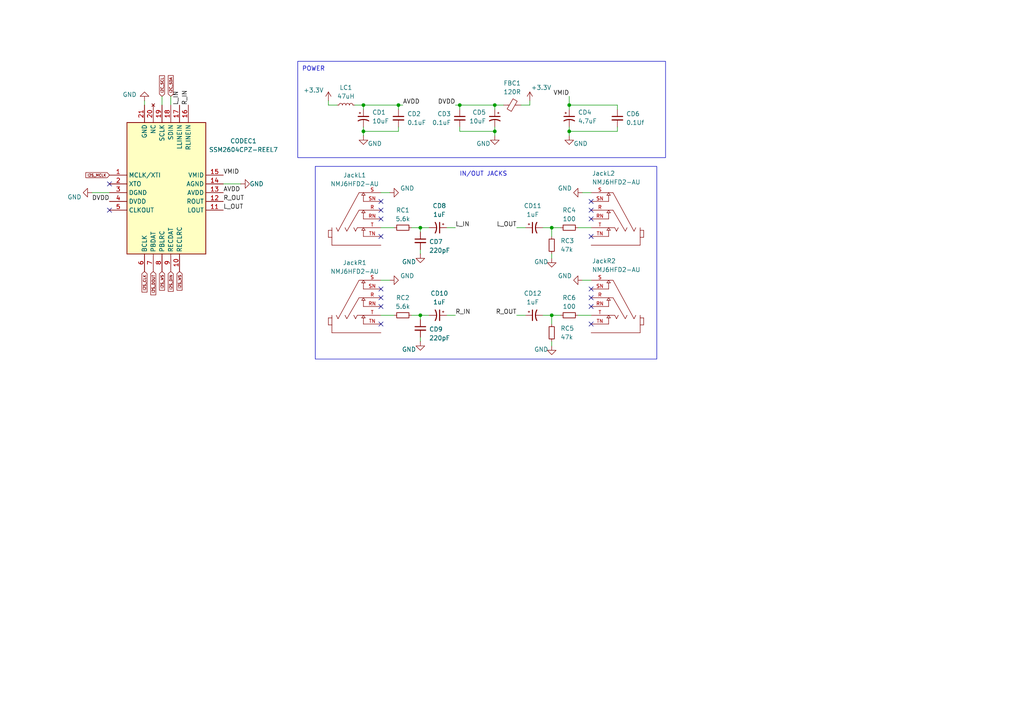
<source format=kicad_sch>
(kicad_sch (version 20231120) (generator "eeschema") (generator_version "8.0")
  (paper "A4")
  (lib_symbols
    (symbol "Device:C_Polarized_Small_US" (pin_numbers hide) (pin_names (offset 0.254) hide)
      (property "Reference" "C" (at 0.254 1.778 0))
      (property "Value" "C_Polarized_Small_US" (at 0.254 -2.032 0))
      (symbol "C_Polarized_Small_US_0_1"
        (polyline (pts (xy -1.524 0.508) (xy 1.524 0.508)) (stroke (width 0.3048)))
        (polyline (pts (xy -1.27 1.524) (xy -0.762 1.524)))
        (polyline (pts (xy -1.016 1.27) (xy -1.016 1.778)))
        (arc (start 1.524 -0.762) (mid 0 -0.3734) (end -1.524 -0.762) (stroke (width 0.3048)))
      )
      (symbol "C_Polarized_Small_US_1_1"
        (pin passive line (at 0 2.54 270) (length 2.032) (name "~") (number "1"))
        (pin passive line (at 0 -2.54 90) (length 2.032) (name "~") (number "2"))
      )
    )
    (symbol "Device:C_Small" (pin_numbers hide) (pin_names (offset 0.254) hide)
      (property "Reference" "C" (at 0.254 1.778 0))
      (property "Value" "C_Small" (at 0.254 -2.032 0))
      (symbol "C_Small_0_1"
        (polyline (pts (xy -1.524 -0.508) (xy 1.524 -0.508)) (stroke (width 0.3302)))
        (polyline (pts (xy -1.524 0.508) (xy 1.524 0.508)) (stroke (width 0.3048)))
      )
      (symbol "C_Small_1_1"
        (pin passive line (at 0 2.54 270) (length 2.032) (name "~") (number "1"))
        (pin passive line (at 0 -2.54 90) (length 2.032) (name "~") (number "2"))
      )
    )
    (symbol "Device:FerriteBead_Small" (pin_numbers hide) (pin_names (offset 0))
      (property "Reference" "FB" (at 1.905 1.27 0))
      (property "Value" "FerriteBead_Small" (at 1.905 -1.27 0))
      (symbol "FerriteBead_Small_0_1"
        (polyline (pts (xy 0 -1.27) (xy 0 -0.7874)))
        (polyline (pts (xy 0 0.889) (xy 0 1.2954)))
        (polyline (pts (xy -1.8288 0.2794) (xy -1.1176 1.4986) (xy 1.8288 -0.2032) (xy 1.1176 -1.4224) (xy -1.8288 0.2794)))
      )
      (symbol "FerriteBead_Small_1_1"
        (pin passive line (at 0 2.54 270) (length 1.27) (name "~") (number "1"))
        (pin passive line (at 0 -2.54 90) (length 1.27) (name "~") (number "2"))
      )
    )
    (symbol "Device:L_Small" (pin_numbers hide) (pin_names (offset 0.254) hide)
      (property "Reference" "L" (at 0.762 1.016 0))
      (property "Value" "L_Small" (at 0.762 -1.016 0))
      (symbol "L_Small_0_1"
        (arc (start 0 -2.032) (mid 0.5058 -1.524) (end 0 -1.016))
        (arc (start 0 -1.016) (mid 0.5058 -0.508) (end 0 0))
        (arc (start 0 0) (mid 0.5058 0.508) (end 0 1.016))
        (arc (start 0 1.016) (mid 0.5058 1.524) (end 0 2.032))
      )
      (symbol "L_Small_1_1"
        (pin passive line (at 0 2.54 270) (length 0.508) (name "~") (number "1"))
        (pin passive line (at 0 -2.54 90) (length 0.508) (name "~") (number "2"))
      )
    )
    (symbol "Device:R_Small" (pin_numbers hide) (pin_names (offset 0.254) hide)
      (property "Reference" "R" (at 0.762 0.508 0))
      (property "Value" "R_Small" (at 0.762 -1.016 0))
      (symbol "R_Small_0_1"
        (rectangle (start -0.762 1.778) (end 0.762 -1.778) (stroke (width 0.2032)))
      )
      (symbol "R_Small_1_1"
        (pin passive line (at 0 2.54 270) (length 0.762) (name "~") (number "1"))
        (pin passive line (at 0 -2.54 90) (length 0.762) (name "~") (number "2"))
      )
    )
    (symbol "NMJ6HFD2-AU:NMJ6HFD2-AU" (pin_names (offset 1.016))
      (property "Reference" "J" (at -4.8296 9.6559 0))
      (property "Value" "NMJ6HFD2-AU" (at -5.0898 -11.1907 0))
      (symbol "NMJ6HFD2-AU_0_0"
        (polyline (pts (xy -7.62 -5.334) (xy -6.604 -5.334)) (stroke (width 0.1524)))
        (polyline (pts (xy -7.62 -3.302) (xy -7.62 -5.334)) (stroke (width 0.1524)))
        (polyline (pts (xy -6.604 -7.62) (xy -6.604 -5.334)) (stroke (width 0.1524)))
        (polyline (pts (xy -6.604 -5.334) (xy -6.604 -3.302)) (stroke (width 0.1524)))
        (polyline (pts (xy -6.604 -3.302) (xy -7.62 -3.302)) (stroke (width 0.1524)))
        (polyline (pts (xy -6.604 -2.54) (xy -6.604 -3.302)) (stroke (width 0.1524)))
        (polyline (pts (xy -4.826 -3.556) (xy -5.334 -2.54)) (stroke (width 0.1524)))
        (polyline (pts (xy -2.286 -3.556) (xy -2.794 -2.54)) (stroke (width 0.1524)))
        (polyline (pts (xy 0.254 -3.556) (xy -0.254 -2.54)) (stroke (width 0.1524)))
        (polyline (pts (xy 0.762 -2.54) (xy 0.254 -3.556)) (stroke (width 0.1524)))
        (polyline (pts (xy 1.27 2.54) (xy -2.286 -3.556)) (stroke (width 0.1524)))
        (polyline (pts (xy 1.27 7.62) (xy -4.826 -3.556)) (stroke (width 0.1524)))
        (polyline (pts (xy 2.032 -3.302) (xy 2.54 -3.302)) (stroke (width 0.1524)))
        (polyline (pts (xy 2.032 1.778) (xy 2.54 1.778)) (stroke (width 0.1524)))
        (polyline (pts (xy 2.032 6.858) (xy 2.54 6.858)) (stroke (width 0.1524)))
        (polyline (pts (xy 2.54 -3.302) (xy 2.54 -5.08)) (stroke (width 0.1524)))
        (polyline (pts (xy 2.54 -3.302) (xy 3.048 -3.302)) (stroke (width 0.1524)))
        (polyline (pts (xy 2.54 -2.54) (xy 0.762 -2.54)) (stroke (width 0.1524)))
        (polyline (pts (xy 2.54 -2.54) (xy 2.032 -3.302)) (stroke (width 0.1524)))
        (polyline (pts (xy 2.54 1.778) (xy 2.54 0)) (stroke (width 0.1524)))
        (polyline (pts (xy 2.54 1.778) (xy 3.048 1.778)) (stroke (width 0.1524)))
        (polyline (pts (xy 2.54 2.54) (xy 1.27 2.54)) (stroke (width 0.1524)))
        (polyline (pts (xy 2.54 2.54) (xy 2.032 1.778)) (stroke (width 0.1524)))
        (polyline (pts (xy 2.54 6.858) (xy 2.54 5.08)) (stroke (width 0.1524)))
        (polyline (pts (xy 2.54 6.858) (xy 3.048 6.858)) (stroke (width 0.1524)))
        (polyline (pts (xy 2.54 7.62) (xy 1.27 7.62)) (stroke (width 0.1524)))
        (polyline (pts (xy 2.54 7.62) (xy 2.032 6.858)) (stroke (width 0.1524)))
        (polyline (pts (xy 3.048 -3.302) (xy 2.54 -2.54)) (stroke (width 0.1524)))
        (polyline (pts (xy 3.048 1.778) (xy 2.54 2.54)) (stroke (width 0.1524)))
        (polyline (pts (xy 3.048 6.858) (xy 2.54 7.62)) (stroke (width 0.1524)))
        (polyline (pts (xy 7.62 -7.62) (xy -6.604 -7.62)) (stroke (width 0.1524)))
        (pin passive line (at 7.62 2.54 180) (length 5.08) (name "~") (number "R"))
        (pin passive line (at 7.62 0 180) (length 5.08) (name "~") (number "RN"))
        (pin passive line (at 7.62 7.62 180) (length 5.08) (name "~") (number "S"))
        (pin passive line (at 7.62 5.08 180) (length 5.08) (name "~") (number "SN"))
        (pin passive line (at 7.62 -2.54 180) (length 5.08) (name "~") (number "T"))
        (pin passive line (at 7.62 -5.08 180) (length 5.08) (name "~") (number "TN"))
      )
    )
    (symbol "SSM2604CPZ-REEL7:SSM2604CPZ-REEL7"
      (property "Reference" "IC" (at 29.21 20.32 0))
      (property "Value" "SSM2604CPZ-REEL7" (at 29.21 17.78 0))
      (symbol "SSM2604CPZ-REEL7_1_1"
        (rectangle (start 5.08 15.24) (end 27.94 -22.86) (stroke (width 0.254)) (fill (type background)))
        (pin passive line (at 0 0 0) (length 5.08) (name "MCLK/XTI") (number "1"))
        (pin passive line (at 20.32 -27.94 90) (length 5.08) (name "RECLRC") (number "10"))
        (pin passive line (at 33.02 -10.16 180) (length 5.08) (name "LOUT") (number "11"))
        (pin passive line (at 33.02 -7.62 180) (length 5.08) (name "ROUT") (number "12"))
        (pin passive line (at 33.02 -5.08 180) (length 5.08) (name "AVDD") (number "13"))
        (pin passive line (at 33.02 -2.54 180) (length 5.08) (name "AGND") (number "14"))
        (pin passive line (at 33.02 0 180) (length 5.08) (name "VMID") (number "15"))
        (pin passive line (at 22.86 20.32 270) (length 5.08) (name "RLINEIN") (number "16"))
        (pin passive line (at 20.32 20.32 270) (length 5.08) (name "LLINEIN") (number "17"))
        (pin passive line (at 17.78 20.32 270) (length 5.08) (name "SDIN") (number "18"))
        (pin passive line (at 15.24 20.32 270) (length 5.08) (name "SCLK") (number "19"))
        (pin passive line (at 0 -2.54 0) (length 5.08) (name "XTO") (number "2"))
        (pin no_connect line (at 12.7 20.32 270) (length 5.08) (name "NC") (number "20"))
        (pin passive line (at 10.16 20.32 270) (length 5.08) (name "GND") (number "21"))
        (pin passive line (at 0 -5.08 0) (length 5.08) (name "DGND") (number "3"))
        (pin passive line (at 0 -7.62 0) (length 5.08) (name "DVDD") (number "4"))
        (pin passive line (at 0 -10.16 0) (length 5.08) (name "CLKOUT") (number "5"))
        (pin passive line (at 10.16 -27.94 90) (length 5.08) (name "BCLK") (number "6"))
        (pin passive line (at 12.7 -27.94 90) (length 5.08) (name "PBDAT") (number "7"))
        (pin passive line (at 15.24 -27.94 90) (length 5.08) (name "PBLRC") (number "8"))
        (pin passive line (at 17.78 -27.94 90) (length 5.08) (name "RECDAT") (number "9"))
      )
    )
    (symbol "power:+3.3V" (power) (pin_numbers hide) (pin_names (offset 0) hide)
      (property "Value" "+3.3V" (at 0 3.556 0))
      (symbol "+3.3V_0_1"
        (polyline (pts (xy -0.762 1.27) (xy 0 2.54)))
        (polyline (pts (xy 0 0) (xy 0 2.54)))
        (polyline (pts (xy 0 2.54) (xy 0.762 1.27)))
      )
      (symbol "+3.3V_1_1"
        (pin power_in line (at 0 0 90) (length 0) (name "~") (number "1"))
      )
    )
    (symbol "power:GND" (power) (pin_numbers hide) (pin_names (offset 0) hide)
      (property "Value" "GND" (at 0 -3.81 0))
      (symbol "GND_0_1"
        (polyline (pts (xy 0 0) (xy 0 -1.27) (xy 1.27 -1.27) (xy 0 -2.54) (xy -1.27 -1.27) (xy 0 -1.27)))
      )
      (symbol "GND_1_1"
        (pin power_in line (at 0 0 270) (length 0) (name "~") (number "1"))
      )
    )
  )
  (junction (at 143.51 30.48))
  (junction (at 133.35 30.48))
  (junction (at 121.92 91.44))
  (junction (at 105.41 30.48))
  (junction (at 160.02 91.44))
  (junction (at 165.1 38.1))
  (junction (at 160.02 66.04))
  (junction (at 121.92 66.04))
  (junction (at 165.1 30.48))
  (junction (at 105.41 38.1))
  (junction (at 143.51 38.1))
  (junction (at 115.57 30.48))
  (no_connect (at 171.45 63.5))
  (no_connect (at 171.45 88.9))
  (no_connect (at 110.49 68.58))
  (no_connect (at 171.45 83.82))
  (no_connect (at 110.49 60.96))
  (no_connect (at 110.49 93.98))
  (no_connect (at 31.75 53.34))
  (no_connect (at 171.45 58.42))
  (no_connect (at 110.49 58.42))
  (no_connect (at 171.45 60.96))
  (no_connect (at 110.49 88.9))
  (no_connect (at 110.49 83.82))
  (no_connect (at 31.75 60.96))
  (no_connect (at 110.49 63.5))
  (no_connect (at 171.45 86.36))
  (no_connect (at 110.49 86.36))
  (no_connect (at 171.45 93.98))
  (no_connect (at 171.45 68.58))
  (wire (pts (xy 133.35 36.83) (xy 133.35 38.1)))
  (wire (pts (xy 152.4 66.04) (xy 149.86 66.04)))
  (wire (pts (xy 160.02 73.66) (xy 160.02 74.93)))
  (wire (pts (xy 179.07 31.75) (xy 179.07 30.48)))
  (wire (pts (xy 143.51 31.75) (xy 143.51 30.48)))
  (wire (pts (xy 129.54 66.04) (xy 132.08 66.04)))
  (wire (pts (xy 46.99 27.94) (xy 46.99 30.48)))
  (wire (pts (xy 133.35 31.75) (xy 133.35 30.48)))
  (wire (pts (xy 165.1 27.94) (xy 165.1 30.48)))
  (wire (pts (xy 160.02 99.06) (xy 160.02 100.33)))
  (wire (pts (xy 152.4 91.44) (xy 149.86 91.44)))
  (wire (pts (xy 171.45 91.44) (xy 167.64 91.44)))
  (wire (pts (xy 121.92 67.31) (xy 121.92 66.04)))
  (wire (pts (xy 143.51 38.1) (xy 143.51 39.37)))
  (wire (pts (xy 102.87 30.48) (xy 105.41 30.48)))
  (wire (pts (xy 121.92 92.71) (xy 121.92 91.44)))
  (wire (pts (xy 165.1 36.83) (xy 165.1 38.1)))
  (wire (pts (xy 115.57 36.83) (xy 115.57 38.1)))
  (wire (pts (xy 121.92 66.04) (xy 124.46 66.04)))
  (wire (pts (xy 121.92 91.44) (xy 124.46 91.44)))
  (wire (pts (xy 64.77 53.34) (xy 69.85 53.34)))
  (wire (pts (xy 160.02 91.44) (xy 162.56 91.44)))
  (wire (pts (xy 110.49 81.28) (xy 113.03 81.28)))
  (wire (pts (xy 133.35 30.48) (xy 132.08 30.48)))
  (wire (pts (xy 105.41 38.1) (xy 105.41 39.37)))
  (wire (pts (xy 110.49 91.44) (xy 114.3 91.44)))
  (wire (pts (xy 133.35 38.1) (xy 143.51 38.1)))
  (wire (pts (xy 115.57 30.48) (xy 116.84 30.48)))
  (wire (pts (xy 171.45 66.04) (xy 167.64 66.04)))
  (wire (pts (xy 95.25 29.21) (xy 95.25 30.48)))
  (wire (pts (xy 165.1 38.1) (xy 165.1 39.37)))
  (wire (pts (xy 146.05 30.48) (xy 143.51 30.48)))
  (wire (pts (xy 179.07 36.83) (xy 179.07 38.1)))
  (wire (pts (xy 160.02 91.44) (xy 160.02 93.98)))
  (wire (pts (xy 153.67 30.48) (xy 151.13 30.48)))
  (wire (pts (xy 157.48 66.04) (xy 160.02 66.04)))
  (wire (pts (xy 160.02 66.04) (xy 160.02 68.58)))
  (wire (pts (xy 165.1 30.48) (xy 179.07 30.48)))
  (wire (pts (xy 171.45 81.28) (xy 168.91 81.28)))
  (wire (pts (xy 41.91 29.21) (xy 41.91 30.48)))
  (wire (pts (xy 110.49 66.04) (xy 114.3 66.04)))
  (wire (pts (xy 105.41 30.48) (xy 115.57 30.48)))
  (wire (pts (xy 121.92 97.79) (xy 121.92 99.06)))
  (wire (pts (xy 119.38 91.44) (xy 121.92 91.44)))
  (wire (pts (xy 49.53 27.94) (xy 49.53 30.48)))
  (wire (pts (xy 121.92 72.39) (xy 121.92 73.66)))
  (wire (pts (xy 165.1 31.75) (xy 165.1 30.48)))
  (wire (pts (xy 171.45 55.88) (xy 168.91 55.88)))
  (wire (pts (xy 129.54 91.44) (xy 132.08 91.44)))
  (wire (pts (xy 119.38 66.04) (xy 121.92 66.04)))
  (wire (pts (xy 143.51 30.48) (xy 133.35 30.48)))
  (wire (pts (xy 157.48 91.44) (xy 160.02 91.44)))
  (wire (pts (xy 115.57 31.75) (xy 115.57 30.48)))
  (wire (pts (xy 115.57 38.1) (xy 105.41 38.1)))
  (wire (pts (xy 95.25 30.48) (xy 97.79 30.48)))
  (wire (pts (xy 105.41 31.75) (xy 105.41 30.48)))
  (wire (pts (xy 105.41 36.83) (xy 105.41 38.1)))
  (wire (pts (xy 179.07 38.1) (xy 165.1 38.1)))
  (wire (pts (xy 143.51 36.83) (xy 143.51 38.1)))
  (wire (pts (xy 160.02 66.04) (xy 162.56 66.04)))
  (wire (pts (xy 153.67 29.21) (xy 153.67 30.48)))
  (wire (pts (xy 26.67 55.88) (xy 31.75 55.88)))
  (wire (pts (xy 110.49 55.88) (xy 113.03 55.88)))
  (rectangle (start 91.44 48.26) (end 190.5 104.14))
  (rectangle (start 86.36 17.78) (end 193.04 45.72))
  (text "IN/OUT JACKS\n" (at 140.208 50.546 0) (effects (font (size 1.27 1.27))))
  (text "POWER\n" (at 90.932 20.066 0) (effects (font (size 1.27 1.27))))
  (label "R_IN" (at 132.08 91.44 0))
  (label "AVDD" (at 116.84 30.48 0))
  (label "L_OUT" (at 149.86 66.04 180))
  (label "R_OUT" (at 64.77 58.42 0))
  (label "L_IN" (at 132.08 66.04 0))
  (label "L_IN" (at 52.07 30.48 90))
  (label "VMID" (at 64.77 50.8 0))
  (label "L_OUT" (at 64.77 60.96 0))
  (label "VMID" (at 165.1 27.94 180))
  (label "R_IN" (at 54.61 30.48 90))
  (label "AVDD" (at 64.77 55.88 0))
  (label "R_OUT" (at 149.86 91.44 180))
  (label "DVDD" (at 31.75 58.42 180))
  (label "DVDD" (at 132.08 30.48 180))
  (global_label "I2S_MCLK" (shape input) (at 31.75 50.8 180) (effects (font (size 0.762 0.762))) (property "Intersheetrefs" "${INTERSHEET_REFS}" (effects (hide yes))))
  (global_label "I2S_DIN" (shape input) (at 49.53 78.74 270) (effects (font (size 0.762 0.762))) (property "Intersheetrefs" "${INTERSHEET_REFS}" (effects (hide yes))))
  (global_label "I2S_WS" (shape input) (at 46.99 78.74 270) (effects (font (size 0.762 0.762))) (property "Intersheetrefs" "${INTERSHEET_REFS}" (effects (hide yes))))
  (global_label "I2S_DOUT" (shape input) (at 44.45 78.74 270) (effects (font (size 0.762 0.762))) (property "Intersheetrefs" "${INTERSHEET_REFS}" (effects (hide yes))))
  (global_label "I2S_CLK" (shape input) (at 41.91 78.74 270) (effects (font (size 0.762 0.762))) (property "Intersheetrefs" "${INTERSHEET_REFS}" (effects (hide yes))))
  (global_label "I2S_WS" (shape input) (at 52.07 78.74 270) (effects (font (size 0.762 0.762))) (property "Intersheetrefs" "${INTERSHEET_REFS}" (effects (hide yes))))
  (global_label "I2C_SCL" (shape input) (at 46.99 27.94 90) (effects (font (size 0.762 0.762))) (property "Intersheetrefs" "${INTERSHEET_REFS}" (effects (hide yes))))
  (global_label "I2C_SDA" (shape input) (at 49.53 27.94 90) (effects (font (size 0.762 0.762))) (property "Intersheetrefs" "${INTERSHEET_REFS}" (effects (hide yes))))
  (symbol (lib_id "power:GND") (at 26.67 55.88 270) (mirror x) (unit 1)
    (property "Reference" "#PWR029" (effects (hide yes)))
    (property "Value" "GND" (at 21.59 57.15 90))
    (property "Description" "Power symbol creates a global label with name \"GND\" , ground" (effects (hide yes)))
  )
  (symbol (lib_id "Device:R_Small") (at 116.84 66.04 90) (unit 1)
    (property "Reference" "RC1" (at 116.84 60.96 90))
    (property "Value" "5.6k" (at 116.84 63.5 90))
    (property "Footprint" "Resistor_SMD:R_1206_3216Metric_Pad1.30x1.75mm_HandSolder" (effects (hide yes)))
    (property "Description" "Resistor, small symbol" (effects (hide yes)))
  )
  (symbol (lib_id "power:+3.3V") (at 153.67 29.21 0) (mirror y) (unit 1)
    (property "Reference" "#PWR036" (effects (hide yes)))
    (property "Value" "+3.3V" (at 156.972 25.4 0))
    (property "Description" "Power symbol creates a global label with name \"+3.3V\"" (effects (hide yes)))
  )
  (symbol (lib_id "power:GND") (at 168.91 81.28 270) (unit 1)
    (property "Reference" "#PWR044" (effects (hide yes)))
    (property "Value" "GND" (at 163.83 80.01 90))
    (property "Description" "Power symbol creates a global label with name \"GND\" , ground" (effects (hide yes)))
  )
  (symbol (lib_id "power:GND") (at 168.91 55.88 270) (unit 1)
    (property "Reference" "#PWR042" (effects (hide yes)))
    (property "Value" "GND" (at 163.83 54.61 90))
    (property "Description" "Power symbol creates a global label with name \"GND\" , ground" (effects (hide yes)))
  )
  (symbol (lib_id "Device:L_Small") (at 100.33 30.48 90) (unit 1)
    (property "Reference" "LC1" (at 100.33 25.4 90))
    (property "Value" "47uH" (at 100.33 27.94 90))
    (property "Footprint" "Inductor_SMD:L_7.3x7.3_H3.5" (effects (hide yes)))
    (property "Description" "Inductor, small symbol" (effects (hide yes)))
  )
  (symbol (lib_id "NMJ6HFD2-AU:NMJ6HFD2-AU") (at 102.87 88.9 0) (unit 1)
    (property "Reference" "JackR1" (at 102.87 76.2 0))
    (property "Value" "NMJ6HFD2-AU" (at 102.87 78.74 0))
    (property "Footprint" "TRS_JACK_6.3mm:NEUTRIK_NMJ6HFD2-AU" (effects (hide yes)))
    (property "MF" "Neutrik" (effects (hide yes)))
    (property "MAXIMUM_PACKAGE_HEIGHT" "15.84mm" (effects (hide yes)))
    (property "Package" "None" (effects (hide yes)))
    (property "Price" "None" (effects (hide yes)))
    (property "Check_prices" "https://www.snapeda.com/parts/NMJ6HFD2-AU/Neutrik/view-part/?ref=eda" (effects (hide yes)))
    (property "STANDARD" "Manufacturer Recommendations" (effects (hide yes)))
    (property "PARTREV" "26.02.2021" (effects (hide yes)))
    (property "SnapEDA_Link" "https://www.snapeda.com/parts/NMJ6HFD2-AU/Neutrik/view-part/?ref=snap" (effects (hide yes)))
    (property "MP" "NMJ6HFD2-AU" (effects (hide yes)))
    (property "Purchase-URL" "https://www.snapeda.com/api/url_track_click_mouser/?unipart_id=1320361&manufacturer=Neutrik&part_name=NMJ6HFD2-AU&search_term=None" (effects (hide yes)))
    (property "Description_1" "\n1/4 stereo jack, switched, full threaded nose, straight PCB pins, gold plated contacts, mounting nut included\n" (effects (hide yes)))
    (property "Availability" "In Stock" (effects (hide yes)))
    (property "MANUFACTURER" "Neutrik" (effects (hide yes)))
  )
  (symbol (lib_id "Device:C_Polarized_Small_US") (at 154.94 91.44 90) (mirror x) (unit 1)
    (property "Reference" "CD12" (at 154.5082 85.09 90))
    (property "Value" "1uF" (at 154.5082 87.63 90))
    (property "Footprint" "Capacitor_SMD:CP_Elec_3x5.4" (effects (hide yes)))
    (property "Description" "Polarized capacitor, small US symbol" (effects (hide yes)))
  )
  (symbol (lib_id "Device:C_Polarized_Small_US") (at 165.1 34.29 0) (unit 1)
    (property "Reference" "CD4" (at 167.64 32.5881 0) (effects (justify left)))
    (property "Value" "4.7uF" (at 167.64 35.1281 0) (effects (justify left)))
    (property "Footprint" "Capacitor_SMD:CP_Elec_6.3x5.4" (effects (hide yes)))
    (property "Description" "Polarized capacitor, small US symbol" (effects (hide yes)))
  )
  (symbol (lib_id "NMJ6HFD2-AU:NMJ6HFD2-AU") (at 102.87 63.5 0) (unit 1)
    (property "Reference" "JackL1" (at 102.87 50.8 0))
    (property "Value" "NMJ6HFD2-AU" (at 102.87 53.34 0))
    (property "Footprint" "TRS_JACK_6.3mm:NEUTRIK_NMJ6HFD2-AU" (effects (hide yes)))
    (property "MF" "Neutrik" (effects (hide yes)))
    (property "MAXIMUM_PACKAGE_HEIGHT" "15.84mm" (effects (hide yes)))
    (property "Package" "None" (effects (hide yes)))
    (property "Price" "None" (effects (hide yes)))
    (property "Check_prices" "https://www.snapeda.com/parts/NMJ6HFD2-AU/Neutrik/view-part/?ref=eda" (effects (hide yes)))
    (property "STANDARD" "Manufacturer Recommendations" (effects (hide yes)))
    (property "PARTREV" "26.02.2021" (effects (hide yes)))
    (property "SnapEDA_Link" "https://www.snapeda.com/parts/NMJ6HFD2-AU/Neutrik/view-part/?ref=snap" (effects (hide yes)))
    (property "MP" "NMJ6HFD2-AU" (effects (hide yes)))
    (property "Purchase-URL" "https://www.snapeda.com/api/url_track_click_mouser/?unipart_id=1320361&manufacturer=Neutrik&part_name=NMJ6HFD2-AU&search_term=None" (effects (hide yes)))
    (property "Description_1" "\n1/4 stereo jack, switched, full threaded nose, straight PCB pins, gold plated contacts, mounting nut included\n" (effects (hide yes)))
    (property "Availability" "In Stock" (effects (hide yes)))
    (property "MANUFACTURER" "Neutrik" (effects (hide yes)))
  )
  (symbol (lib_id "SSM2604CPZ-REEL7:SSM2604CPZ-REEL7") (at 31.75 50.8 0) (unit 1)
    (property "Reference" "CODEC1" (at 70.612 40.894 0))
    (property "Value" "SSM2604CPZ-REEL7" (at 70.612 43.434 0))
    (property "Footprint" "SSM2604:QFN50P400X400X80-21N-D" (effects (hide yes)))
    (property "Datasheet" "https://www.analog.com/media/en/technical-documentation/data-sheets/ssm2604.pdf" (effects (hide yes)))
    (property "Description" "ANALOG DEVICES - SSM2604CPZ-REEL7 - AUDIO CODEC, 24BIT, 96KSPS, LFCSP-20" (effects (hide yes)))
    (property "Height" "0.8" (effects (hide yes)))
    (property "Mouser Part Number" "584-SSM2604CPZ-R7" (effects (hide yes)))
    (property "Mouser Price/Stock" "https://www.mouser.co.uk/ProductDetail/Analog-Devices/SSM2604CPZ-REEL7?qs=WIvQP4zGanjzkHQKJZeKuA%3D%3D" (effects (hide yes)))
    (property "Manufacturer_Name" "Analog Devices" (effects (hide yes)))
    (property "Manufacturer_Part_Number" "SSM2604CPZ-REEL7" (effects (hide yes)))
  )
  (symbol (lib_id "Device:C_Polarized_Small_US") (at 143.51 34.29 0) (mirror y) (unit 1)
    (property "Reference" "CD5" (at 140.97 32.5881 0) (effects (justify left)))
    (property "Value" "10uF" (at 140.97 35.1281 0) (effects (justify left)))
    (property "Footprint" "Capacitor_SMD:CP_Elec_6.3x5.4" (effects (hide yes)))
    (property "Description" "Polarized capacitor, small US symbol" (effects (hide yes)))
  )
  (symbol (lib_id "NMJ6HFD2-AU:NMJ6HFD2-AU") (at 179.07 63.5 0) (mirror y) (unit 1)
    (property "Reference" "JackL2" (at 171.704 50.292 0) (effects (justify right)))
    (property "Value" "NMJ6HFD2-AU" (at 171.704 52.832 0) (effects (justify right)))
    (property "Footprint" "TRS_JACK_6.3mm:NEUTRIK_NMJ6HFD2-AU" (effects (hide yes)))
    (property "MF" "Neutrik" (effects (hide yes)))
    (property "MAXIMUM_PACKAGE_HEIGHT" "15.84mm" (effects (hide yes)))
    (property "Package" "None" (effects (hide yes)))
    (property "Price" "None" (effects (hide yes)))
    (property "Check_prices" "https://www.snapeda.com/parts/NMJ6HFD2-AU/Neutrik/view-part/?ref=eda" (effects (hide yes)))
    (property "STANDARD" "Manufacturer Recommendations" (effects (hide yes)))
    (property "PARTREV" "26.02.2021" (effects (hide yes)))
    (property "SnapEDA_Link" "https://www.snapeda.com/parts/NMJ6HFD2-AU/Neutrik/view-part/?ref=snap" (effects (hide yes)))
    (property "MP" "NMJ6HFD2-AU" (effects (hide yes)))
    (property "Purchase-URL" "https://www.snapeda.com/api/url_track_click_mouser/?unipart_id=1320361&manufacturer=Neutrik&part_name=NMJ6HFD2-AU&search_term=None" (effects (hide yes)))
    (property "Description_1" "\n1/4 stereo jack, switched, full threaded nose, straight PCB pins, gold plated contacts, mounting nut included\n" (effects (hide yes)))
    (property "Availability" "In Stock" (effects (hide yes)))
    (property "MANUFACTURER" "Neutrik" (effects (hide yes)))
  )
  (symbol (lib_id "power:GND") (at 121.92 73.66 0) (mirror y) (unit 1)
    (property "Reference" "#PWR039" (effects (hide yes)))
    (property "Value" "GND" (at 118.618 75.946 0))
    (property "Description" "Power symbol creates a global label with name \"GND\" , ground" (effects (hide yes)))
  )
  (symbol (lib_id "Device:C_Small") (at 121.92 95.25 0) (unit 1)
    (property "Reference" "CD9" (at 124.46 95.504 0) (effects (justify left)))
    (property "Value" "220pF" (at 124.46 98.044 0) (effects (justify left)))
    (property "Footprint" "Capacitor_SMD:C_0402_1005Metric_Pad0.74x0.62mm_HandSolder" (effects (hide yes)))
    (property "Description" "Unpolarized capacitor, small symbol" (effects (hide yes)))
  )
  (symbol (lib_id "Device:R_Small") (at 165.1 91.44 90) (unit 1)
    (property "Reference" "RC6" (at 165.1 86.36 90))
    (property "Value" "100" (at 165.1 88.9 90))
    (property "Footprint" "Resistor_SMD:R_1206_3216Metric_Pad1.30x1.75mm_HandSolder" (effects (hide yes)))
    (property "Description" "Resistor, small symbol" (effects (hide yes)))
  )
  (symbol (lib_id "power:GND") (at 113.03 55.88 90) (mirror x) (unit 1)
    (property "Reference" "#PWR037" (effects (hide yes)))
    (property "Value" "GND" (at 118.11 54.61 90))
    (property "Description" "Power symbol creates a global label with name \"GND\" , ground" (effects (hide yes)))
  )
  (symbol (lib_id "Device:C_Small") (at 121.92 69.85 0) (unit 1)
    (property "Reference" "CD7" (at 124.46 70.104 0) (effects (justify left)))
    (property "Value" "220pF" (at 124.46 72.644 0) (effects (justify left)))
    (property "Footprint" "Capacitor_SMD:C_0402_1005Metric_Pad0.74x0.62mm_HandSolder" (effects (hide yes)))
    (property "Description" "Unpolarized capacitor, small symbol" (effects (hide yes)))
  )
  (symbol (lib_id "Device:C_Small") (at 179.07 34.29 0) (unit 1)
    (property "Reference" "CD6" (at 181.61 33.0262 0) (effects (justify left)))
    (property "Value" "0.1Uf" (at 181.61 35.5662 0) (effects (justify left)))
    (property "Footprint" "Capacitor_SMD:C_0402_1005Metric_Pad0.74x0.62mm_HandSolder" (effects (hide yes)))
    (property "Description" "Unpolarized capacitor, small symbol" (effects (hide yes)))
  )
  (symbol (lib_id "Device:C_Polarized_Small_US") (at 127 91.44 270) (unit 1)
    (property "Reference" "CD10" (at 127.4318 85.09 90))
    (property "Value" "1uF" (at 127.4318 87.63 90))
    (property "Footprint" "Capacitor_SMD:CP_Elec_3x5.4" (effects (hide yes)))
    (property "Description" "Polarized capacitor, small US symbol" (effects (hide yes)))
  )
  (symbol (lib_id "power:GND") (at 105.41 39.37 0) (mirror y) (unit 1)
    (property "Reference" "#PWR033" (effects (hide yes)))
    (property "Value" "GND" (at 108.712 41.656 0))
    (property "Description" "Power symbol creates a global label with name \"GND\" , ground" (effects (hide yes)))
  )
  (symbol (lib_id "Device:R_Small") (at 160.02 71.12 180) (unit 1)
    (property "Reference" "RC3" (at 162.56 69.8499 0) (effects (justify right)))
    (property "Value" "47k" (at 162.56 72.3899 0) (effects (justify right)))
    (property "Footprint" "Resistor_SMD:R_1206_3216Metric_Pad1.30x1.75mm_HandSolder" (effects (hide yes)))
    (property "Description" "Resistor, small symbol" (effects (hide yes)))
  )
  (symbol (lib_id "Device:R_Small") (at 160.02 96.52 180) (unit 1)
    (property "Reference" "RC5" (at 162.56 95.2499 0) (effects (justify right)))
    (property "Value" "47k" (at 162.56 97.7899 0) (effects (justify right)))
    (property "Footprint" "Resistor_SMD:R_1206_3216Metric_Pad1.30x1.75mm_HandSolder" (effects (hide yes)))
    (property "Description" "Resistor, small symbol" (effects (hide yes)))
  )
  (symbol (lib_id "Device:C_Polarized_Small_US") (at 105.41 34.29 0) (unit 1)
    (property "Reference" "CD1" (at 107.95 32.5881 0) (effects (justify left)))
    (property "Value" "10uF" (at 107.95 35.1281 0) (effects (justify left)))
    (property "Footprint" "Capacitor_SMD:CP_Elec_6.3x5.4" (effects (hide yes)))
    (property "Description" "Polarized capacitor, small US symbol" (effects (hide yes)))
  )
  (symbol (lib_id "power:GND") (at 160.02 100.33 0) (mirror y) (unit 1)
    (property "Reference" "#PWR043" (effects (hide yes)))
    (property "Value" "GND" (at 156.972 101.346 0))
    (property "Description" "Power symbol creates a global label with name \"GND\" , ground" (effects (hide yes)))
  )
  (symbol (lib_id "Device:C_Polarized_Small_US") (at 154.94 66.04 90) (mirror x) (unit 1)
    (property "Reference" "CD11" (at 154.5082 59.69 90))
    (property "Value" "1uF" (at 154.5082 62.23 90))
    (property "Footprint" "Capacitor_SMD:CP_Elec_3x5.4" (effects (hide yes)))
    (property "Description" "Polarized capacitor, small US symbol" (effects (hide yes)))
  )
  (symbol (lib_id "Device:C_Polarized_Small_US") (at 127 66.04 270) (unit 1)
    (property "Reference" "CD8" (at 127.4318 59.69 90))
    (property "Value" "1uF" (at 127.4318 62.23 90))
    (property "Footprint" "Capacitor_SMD:CP_Elec_3x5.4" (effects (hide yes)))
    (property "Description" "Polarized capacitor, small US symbol" (effects (hide yes)))
  )
  (symbol (lib_id "power:GND") (at 121.92 99.06 0) (mirror y) (unit 1)
    (property "Reference" "#PWR040" (effects (hide yes)))
    (property "Value" "GND" (at 118.618 101.346 0))
    (property "Description" "Power symbol creates a global label with name \"GND\" , ground" (effects (hide yes)))
  )
  (symbol (lib_id "Device:FerriteBead_Small") (at 148.59 30.48 90) (unit 1)
    (property "Reference" "FBC1" (at 148.5519 24.13 90))
    (property "Value" "120R" (at 148.5519 26.67 90))
    (property "Footprint" "Inductor_SMD:L_0603_1608Metric_Pad1.05x0.95mm_HandSolder" (effects (hide yes)))
    (property "Description" "Ferrite bead, small symbol" (effects (hide yes)))
  )
  (symbol (lib_id "power:+3.3V") (at 95.25 29.21 0) (unit 1)
    (property "Reference" "#PWR032" (effects (hide yes)))
    (property "Value" "+3.3V" (at 90.932 26.162 0))
    (property "Description" "Power symbol creates a global label with name \"+3.3V\"" (effects (hide yes)))
  )
  (symbol (lib_id "Device:R_Small") (at 165.1 66.04 90) (unit 1)
    (property "Reference" "RC4" (at 165.1 60.96 90))
    (property "Value" "100" (at 165.1 63.5 90))
    (property "Footprint" "Resistor_SMD:R_1206_3216Metric_Pad1.30x1.75mm_HandSolder" (effects (hide yes)))
    (property "Description" "Resistor, small symbol" (effects (hide yes)))
  )
  (symbol (lib_id "power:GND") (at 143.51 39.37 0) (unit 1)
    (property "Reference" "#PWR035" (effects (hide yes)))
    (property "Value" "GND" (at 140.208 41.656 0))
    (property "Description" "Power symbol creates a global label with name \"GND\" , ground" (effects (hide yes)))
  )
  (symbol (lib_id "NMJ6HFD2-AU:NMJ6HFD2-AU") (at 179.07 88.9 0) (mirror y) (unit 1)
    (property "Reference" "JackR2" (at 171.704 75.692 0) (effects (justify right)))
    (property "Value" "NMJ6HFD2-AU" (at 171.704 78.232 0) (effects (justify right)))
    (property "Footprint" "TRS_JACK_6.3mm:NEUTRIK_NMJ6HFD2-AU" (effects (hide yes)))
    (property "MF" "Neutrik" (effects (hide yes)))
    (property "MAXIMUM_PACKAGE_HEIGHT" "15.84mm" (effects (hide yes)))
    (property "Package" "None" (effects (hide yes)))
    (property "Price" "None" (effects (hide yes)))
    (property "Check_prices" "https://www.snapeda.com/parts/NMJ6HFD2-AU/Neutrik/view-part/?ref=eda" (effects (hide yes)))
    (property "STANDARD" "Manufacturer Recommendations" (effects (hide yes)))
    (property "PARTREV" "26.02.2021" (effects (hide yes)))
    (property "SnapEDA_Link" "https://www.snapeda.com/parts/NMJ6HFD2-AU/Neutrik/view-part/?ref=snap" (effects (hide yes)))
    (property "MP" "NMJ6HFD2-AU" (effects (hide yes)))
    (property "Purchase-URL" "https://www.snapeda.com/api/url_track_click_mouser/?unipart_id=1320361&manufacturer=Neutrik&part_name=NMJ6HFD2-AU&search_term=None" (effects (hide yes)))
    (property "Description_1" "\n1/4 stereo jack, switched, full threaded nose, straight PCB pins, gold plated contacts, mounting nut included\n" (effects (hide yes)))
    (property "Availability" "In Stock" (effects (hide yes)))
    (property "MANUFACTURER" "Neutrik" (effects (hide yes)))
  )
  (symbol (lib_id "Device:R_Small") (at 116.84 91.44 90) (unit 1)
    (property "Reference" "RC2" (at 116.84 86.36 90))
    (property "Value" "5.6k" (at 116.84 88.9 90))
    (property "Footprint" "Resistor_SMD:R_1206_3216Metric_Pad1.30x1.75mm_HandSolder" (effects (hide yes)))
    (property "Description" "Resistor, small symbol" (effects (hide yes)))
  )
  (symbol (lib_id "Device:C_Small") (at 115.57 34.29 0) (unit 1)
    (property "Reference" "CD2" (at 118.11 33.0262 0) (effects (justify left)))
    (property "Value" "0.1uF" (at 118.11 35.5662 0) (effects (justify left)))
    (property "Footprint" "Capacitor_SMD:C_0402_1005Metric_Pad0.74x0.62mm_HandSolder" (effects (hide yes)))
    (property "Description" "Unpolarized capacitor, small symbol" (effects (hide yes)))
  )
  (symbol (lib_id "power:GND") (at 165.1 39.37 0) (mirror y) (unit 1)
    (property "Reference" "#PWR034" (effects (hide yes)))
    (property "Value" "GND" (at 168.402 41.656 0))
    (property "Description" "Power symbol creates a global label with name \"GND\" , ground" (effects (hide yes)))
  )
  (symbol (lib_id "power:GND") (at 69.85 53.34 90) (mirror x) (unit 1)
    (property "Reference" "#PWR031" (effects (hide yes)))
    (property "Value" "GND" (at 74.422 53.34 90))
    (property "Description" "Power symbol creates a global label with name \"GND\" , ground" (effects (hide yes)))
  )
  (symbol (lib_id "Device:C_Small") (at 133.35 34.29 0) (unit 1)
    (property "Reference" "CD3" (at 130.81 33.0262 0) (effects (justify right)))
    (property "Value" "0.1uF" (at 130.81 35.5662 0) (effects (justify right)))
    (property "Footprint" "Capacitor_SMD:C_0402_1005Metric_Pad0.74x0.62mm_HandSolder" (effects (hide yes)))
    (property "Description" "Unpolarized capacitor, small symbol" (effects (hide yes)))
  )
  (symbol (lib_id "power:GND") (at 41.91 29.21 0) (mirror x) (unit 1)
    (property "Reference" "#PWR030" (effects (hide yes)))
    (property "Value" "GND" (at 37.592 27.432 0))
    (property "Description" "Power symbol creates a global label with name \"GND\" , ground" (effects (hide yes)))
  )
  (symbol (lib_id "power:GND") (at 160.02 74.93 0) (mirror y) (unit 1)
    (property "Reference" "#PWR041" (effects (hide yes)))
    (property "Value" "GND" (at 156.972 75.946 0))
    (property "Description" "Power symbol creates a global label with name \"GND\" , ground" (effects (hide yes)))
  )
  (symbol (lib_id "power:GND") (at 113.03 81.28 90) (mirror x) (unit 1)
    (property "Reference" "#PWR038" (effects (hide yes)))
    (property "Value" "GND" (at 118.11 80.01 90))
    (property "Description" "Power symbol creates a global label with name \"GND\" , ground" (effects (hide yes)))
  )
)
</source>
